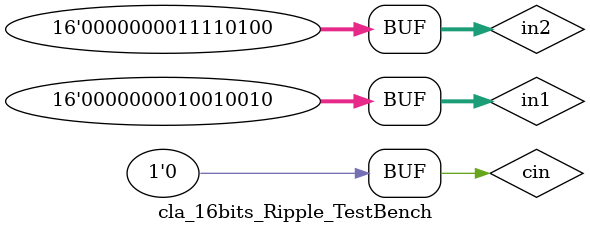
<source format=v>
`timescale 1ns / 1ps


module cla_16bits_Ripple_TestBench;

	// Inputs
	reg [15:0] in1;
	reg [15:0] in2;
	reg cin;

	// Outputs
	wire [15:0] sum;
	wire cout;

	// Instantiate the Unit Under Test (UUT)
	cla_16bits_Ripple uut (
		.in1(in1), 
		.in2(in2), 
		.cin(cin), 
		.sum(sum), 
		.cout(cout)
	);
	initial begin
		$monitor ("input1 = %d, input2 = %d, Carry in = %d, sum = %d, Carry out = %d", in1, in2, cin, sum, cout);
		// Initialize Inputs
		in1 = 0;
		in2 = 0;
		cin = 0;

		// Wait 100 ns for global reset to finish
		#100;
        
		// Add stimulus here
		
		in1 = 16'd437; in2 = 16'd341; cin = 0;
		#100;
		
		in1 = 16'd3500; in2 = 16'd6010; cin = 1;
		#100;
		
	   in1 = 16'd3000; in2 = 16'd1040; cin = 0;
		#100;
		
		in1 = 16'd146; in2 = 16'd244; cin = 0;
		#100;

	end
      
endmodule


</source>
